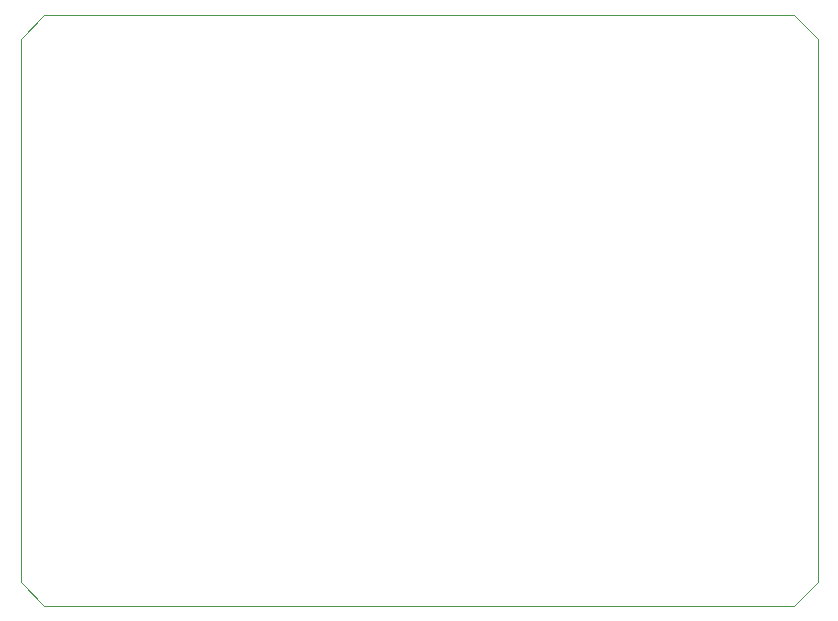
<source format=gbr>
%TF.GenerationSoftware,KiCad,Pcbnew,7.0.2*%
%TF.CreationDate,2024-12-05T18:12:45+09:00*%
%TF.ProjectId,YZ_CDI_PROT_V1,595a5f43-4449-45f5-9052-4f545f56312e,rev?*%
%TF.SameCoordinates,Original*%
%TF.FileFunction,Profile,NP*%
%FSLAX46Y46*%
G04 Gerber Fmt 4.6, Leading zero omitted, Abs format (unit mm)*
G04 Created by KiCad (PCBNEW 7.0.2) date 2024-12-05 18:12:45*
%MOMM*%
%LPD*%
G01*
G04 APERTURE LIST*
%TA.AperFunction,Profile*%
%ADD10C,0.100000*%
%TD*%
G04 APERTURE END LIST*
D10*
X3500000Y89750000D02*
X-60000000Y89750000D01*
X-60000000Y39750000D02*
X-62000000Y41750000D01*
X-62000000Y87750000D02*
X-62000000Y41750000D01*
X-60000000Y89750000D02*
X-62000000Y87750000D01*
X5500000Y41750000D02*
X5500000Y87750000D01*
X3500000Y39750000D02*
X5500000Y41750000D01*
X5500000Y87750000D02*
X3500000Y89750000D01*
X-60000000Y39750000D02*
X3500000Y39750000D01*
M02*

</source>
